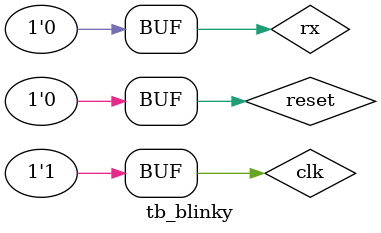
<source format=v>
`timescale 1ns / 1ps

module tb_blinky();
   reg clk;
   wire reset = 0; 
   wire [4:0] leds;
   reg  rx = 1'b0;
   wire tx;

   blinky uut(
     .clk(clk),
     .reset(reset),
     .leds(leds),
     .rx(rx),
     .tx(tx)
   );

   
   
   always begin
   clk = 1'b0;
   #10;
   clk = 1'b1;
   #10;
   end
   
   initial begin
	$monitor("LEDS = %b",leds);
   end


endmodule   

</source>
